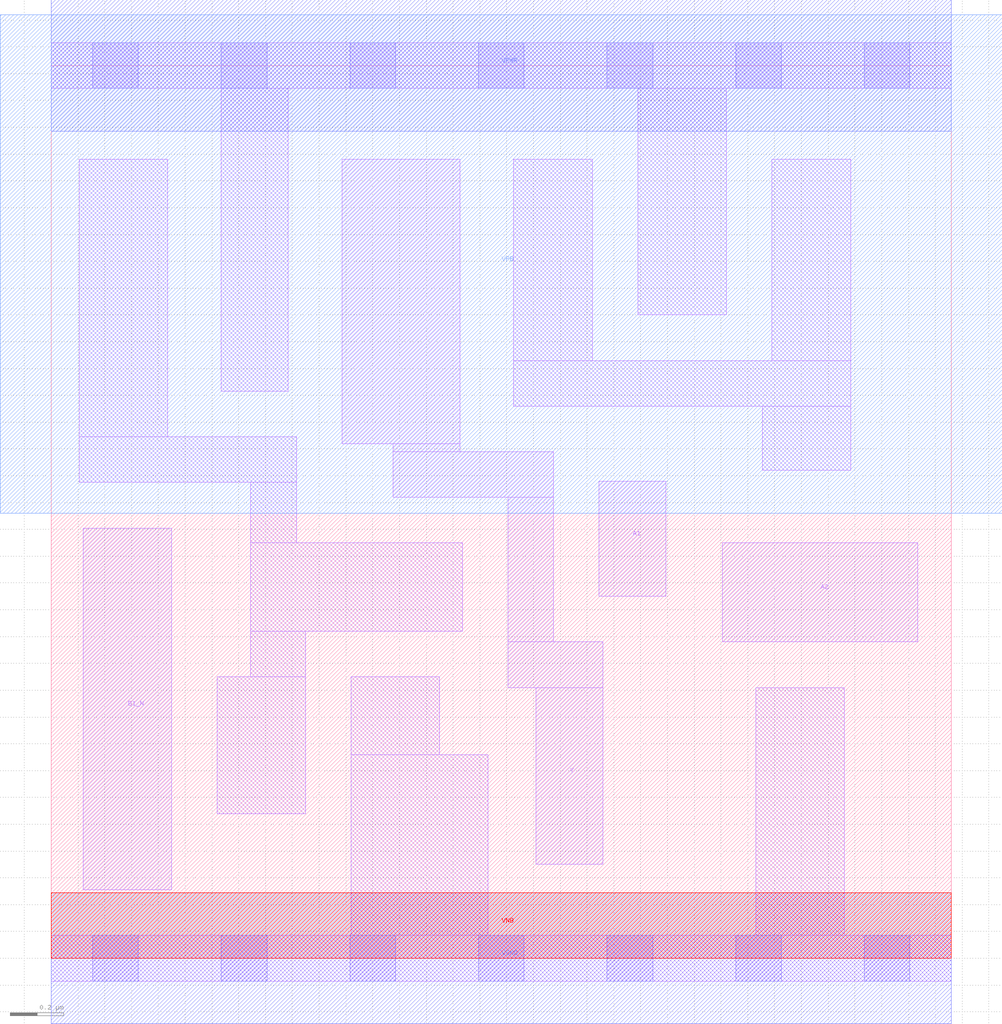
<source format=lef>
# Copyright 2020 The SkyWater PDK Authors
#
# Licensed under the Apache License, Version 2.0 (the "License");
# you may not use this file except in compliance with the License.
# You may obtain a copy of the License at
#
#     https://www.apache.org/licenses/LICENSE-2.0
#
# Unless required by applicable law or agreed to in writing, software
# distributed under the License is distributed on an "AS IS" BASIS,
# WITHOUT WARRANTIES OR CONDITIONS OF ANY KIND, either express or implied.
# See the License for the specific language governing permissions and
# limitations under the License.
#
# SPDX-License-Identifier: Apache-2.0

VERSION 5.7 ;
  NOWIREEXTENSIONATPIN ON ;
  DIVIDERCHAR "/" ;
  BUSBITCHARS "[]" ;
MACRO sky130_fd_sc_hs__a21boi_1
  CLASS CORE ;
  FOREIGN sky130_fd_sc_hs__a21boi_1 ;
  ORIGIN  0.000000  0.000000 ;
  SIZE  3.360000 BY  3.330000 ;
  SYMMETRY X Y ;
  SITE unit ;
  PIN A1
    ANTENNAGATEAREA  0.279000 ;
    DIRECTION INPUT ;
    USE SIGNAL ;
    PORT
      LAYER li1 ;
        RECT 2.045000 1.350000 2.295000 1.780000 ;
    END
  END A1
  PIN A2
    ANTENNAGATEAREA  0.279000 ;
    DIRECTION INPUT ;
    USE SIGNAL ;
    PORT
      LAYER li1 ;
        RECT 2.505000 1.180000 3.235000 1.550000 ;
    END
  END A2
  PIN B1_N
    ANTENNAGATEAREA  0.208500 ;
    DIRECTION INPUT ;
    USE SIGNAL ;
    PORT
      LAYER li1 ;
        RECT 0.120000 0.255000 0.450000 1.605000 ;
    END
  END B1_N
  PIN Y
    ANTENNADIFFAREA  0.515200 ;
    DIRECTION OUTPUT ;
    USE SIGNAL ;
    PORT
      LAYER li1 ;
        RECT 1.085000 1.920000 1.525000 2.980000 ;
        RECT 1.275000 1.720000 1.875000 1.890000 ;
        RECT 1.275000 1.890000 1.525000 1.920000 ;
        RECT 1.705000 1.010000 2.060000 1.180000 ;
        RECT 1.705000 1.180000 1.875000 1.720000 ;
        RECT 1.810000 0.350000 2.060000 1.010000 ;
    END
  END Y
  PIN VGND
    DIRECTION INOUT ;
    USE GROUND ;
    PORT
      LAYER met1 ;
        RECT 0.000000 -0.245000 3.360000 0.245000 ;
    END
  END VGND
  PIN VNB
    DIRECTION INOUT ;
    USE GROUND ;
    PORT
      LAYER pwell ;
        RECT 0.000000 0.000000 3.360000 0.245000 ;
    END
  END VNB
  PIN VPB
    DIRECTION INOUT ;
    USE POWER ;
    PORT
      LAYER nwell ;
        RECT -0.190000 1.660000 3.550000 3.520000 ;
    END
  END VPB
  PIN VPWR
    DIRECTION INOUT ;
    USE POWER ;
    PORT
      LAYER met1 ;
        RECT 0.000000 3.085000 3.360000 3.575000 ;
    END
  END VPWR
  OBS
    LAYER li1 ;
      RECT 0.000000 -0.085000 3.360000 0.085000 ;
      RECT 0.000000  3.245000 3.360000 3.415000 ;
      RECT 0.105000  1.775000 0.915000 1.945000 ;
      RECT 0.105000  1.945000 0.435000 2.980000 ;
      RECT 0.620000  0.540000 0.950000 1.050000 ;
      RECT 0.635000  2.115000 0.885000 3.245000 ;
      RECT 0.745000  1.050000 0.950000 1.220000 ;
      RECT 0.745000  1.220000 1.535000 1.550000 ;
      RECT 0.745000  1.550000 0.915000 1.775000 ;
      RECT 1.120000  0.085000 1.630000 0.760000 ;
      RECT 1.120000  0.760000 1.450000 1.050000 ;
      RECT 1.725000  2.060000 2.985000 2.230000 ;
      RECT 1.725000  2.230000 2.020000 2.980000 ;
      RECT 2.190000  2.400000 2.520000 3.245000 ;
      RECT 2.630000  0.085000 2.960000 1.010000 ;
      RECT 2.655000  1.820000 2.985000 2.060000 ;
      RECT 2.690000  2.230000 2.985000 2.980000 ;
    LAYER mcon ;
      RECT 0.155000 -0.085000 0.325000 0.085000 ;
      RECT 0.155000  3.245000 0.325000 3.415000 ;
      RECT 0.635000 -0.085000 0.805000 0.085000 ;
      RECT 0.635000  3.245000 0.805000 3.415000 ;
      RECT 1.115000 -0.085000 1.285000 0.085000 ;
      RECT 1.115000  3.245000 1.285000 3.415000 ;
      RECT 1.595000 -0.085000 1.765000 0.085000 ;
      RECT 1.595000  3.245000 1.765000 3.415000 ;
      RECT 2.075000 -0.085000 2.245000 0.085000 ;
      RECT 2.075000  3.245000 2.245000 3.415000 ;
      RECT 2.555000 -0.085000 2.725000 0.085000 ;
      RECT 2.555000  3.245000 2.725000 3.415000 ;
      RECT 3.035000 -0.085000 3.205000 0.085000 ;
      RECT 3.035000  3.245000 3.205000 3.415000 ;
  END
END sky130_fd_sc_hs__a21boi_1
END LIBRARY

</source>
